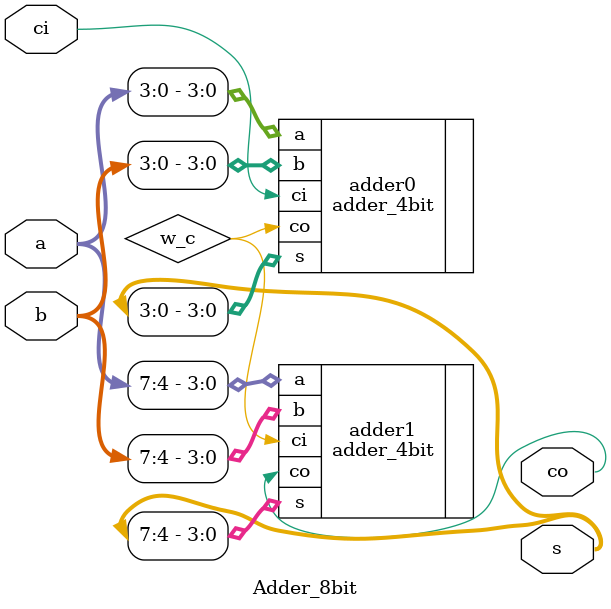
<source format=v>
module Adder_8bit(
    input [7:0] a,
    input [7:0] b,
    input ci,
    output [7:0] s,
    output co
);

wire w_c;

adder_4bit adder0(.a(a[3:0]), .b(b[3:0]), .ci(ci), .s(s[3:0]), .co(w_c));
adder_4bit adder1(.a(a[7:4]), .b(b[7:4]), .ci(w_c), .s(s[7:4]), .co(co));

endmodule

</source>
